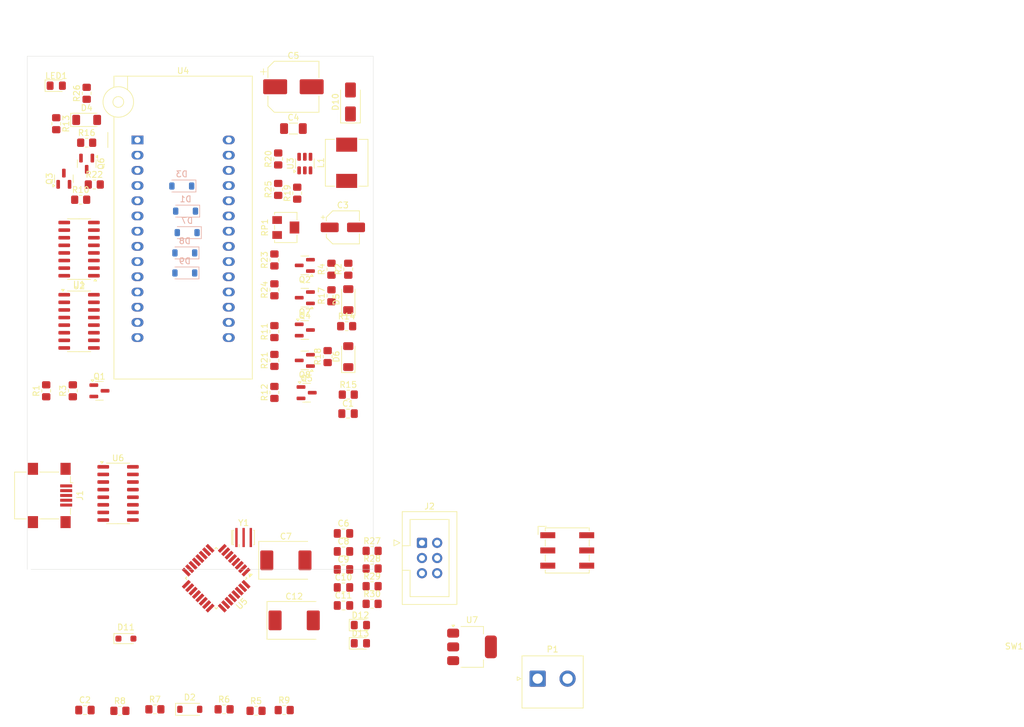
<source format=kicad_pcb>
(kicad_pcb (version 20240108) (generator "pcbnew") (generator_version "8.0")
  (layers (0 "F.Cu" signal) (31 "B.Cu" signal) (34 "B.Paste" user) (35 "F.Paste" user) (36 "B.SilkS" user "B.Silkscreen") (37 "F.SilkS" user "F.Silkscreen") (38 "B.Mask" user) (39 "F.Mask" user) (44 "Edge.Cuts" user))
  (net 0 "")
  (net 1 "VIN")
  (net 2 "GND")
  (net 3 "3.3")
  (net 4 "+5V")
  (net 5 "VCC")
  (net 6 "Net-(D1-A)")
  (net 7 "/EPROM27/A11")
  (net 8 "Net-(A2-A7)")
  (net 9 "Net-(A2-A4{slash}SDA)")
  (net 10 "/EPROM27/OE")
  (net 11 "Net-(D4-A)")
  (net 12 "Net-(D5-A)")
  (net 13 "Net-(D6-A)")
  (net 14 "Net-(D7-A)")
  (net 15 "/EPROM27/A13")
  (net 16 "Net-(D8-A)")
  (net 17 "Net-(D9-A)")
  (net 18 "/EPROM27/A15")
  (net 19 "Net-(D10-A)")
  (net 20 "Net-(LED1-Pad1)")
  (net 21 "Net-(Q1-G)")
  (net 22 "Net-(Q2-G)")
  (net 23 "Net-(Q3-E)")
  (net 24 "Net-(Q3-B)")
  (net 25 "Net-(Q4-E)")
  (net 26 "Net-(Q4-B)")
  (net 27 "Net-(Q5-E)")
  (net 28 "Net-(Q5-B)")
  (net 29 "/EPROM27/R_A11")
  (net 30 "/EPROM27/R_A13")
  (net 31 "Net-(R5-Pad2)")
  (net 32 "/EPROM27/A6_IN")
  (net 33 "/EPROM27/E_OE")
  (net 34 "/EPROM27/E_A15")
  (net 35 "/EPROM27/E_A11")
  (net 36 "Net-(U3-FB)")
  (net 37 "Net-(R24-Pad2)")
  (net 38 "/EPROM27/A7")
  (net 39 "/EPROM27/A5")
  (net 40 "/EPROM27/A6")
  (net 41 "/EPROM27/A3")
  (net 42 "/EPROM27/SCK")
  (net 43 "/EPROM27/MOSI")
  (net 44 "/EPROM27/A4")
  (net 45 "/EPROM27/A0")
  (net 46 "/EPROM27/NEXT_1")
  (net 47 "/EPROM27/A1")
  (net 48 "/EPROM27/SS")
  (net 49 "/EPROM27/A2")
  (net 50 "/EPROM27/A12")
  (net 51 "/EPROM27/A10")
  (net 52 "/EPROM27/A8")
  (net 54 "/EPROM27/A14")
  (net 55 "/EPROM27/A9")
  (net 59 "/EPROM27/D6")
  (net 60 "/EPROM27/CE")
  (net 61 "/EPROM27/D3")
  (net 62 "/EPROM27/D7")
  (net 63 "/EPROM27/D5")
  (net 64 "/EPROM27/D4")
  (net 65 "/EPROM27/D2")
  (net 66 "/EPROM27/D0")
  (net 67 "/EPROM27/D1")
  (net 70 "MOSI")
  (net 72 "SCK")
  (net 74 "Net-(U5-PD0)")
  (net 76 "Net-(U5-XTAL1{slash}PB6)")
  (net 84 "RESET")
  (net 87 "MISO")
  (net 90 "Net-(U5-PD1)")
  (net 91 "Net-(U5-XTAL2{slash}PB7)")
  (net 98 "D-")
  (net 100 "Net-(U6-~{DTR})")
  (net 102 "TXD")
  (net 104 "D+")
  (net 105 "RXD")
  (net 106 "Net-(D11-A)")
  (net 107 "Net-(D12-A)")
  (net 108 "Net-(D13-A)")
  (footprint "Package_TO_SOT_SMD:SOT-23" (layer "F.Cu") (at 84.455 66.675 180)
    (property "Reference" "Q2" (at 0 -2.4 180) (layer "F.SilkS"))
    (property "Value" "BSS84LT1")
    (pad "1" smd roundrect (at -0.9375 -0.95 180) (size 1.475 0.6) (layers "F.Cu" "F.Paste" "F.Mask") (net 22 "Net-(Q2-G)"))
    (pad "2" smd roundrect (at -0.9375 0.95 180) (size 1.475 0.6) (layers "F.Cu" "F.Paste" "F.Mask") (net 4 "+5V"))
    (pad "3" smd roundrect (at 0.9375 0 180) (size 1.475 0.6) (layers "F.Cu" "F.Paste" "F.Mask") (net 15 "/EPROM27/A13"))
  )
  (footprint "Inductor_SMD:L_Chilisin_BMRx00060630" (layer "F.Cu") (at 91.44 49.53 90)
    (property "Reference" "L1" (at 0 -4.3 -90) (layer "F.SilkS"))
    (property "Value" "22u")
    (pad "1" smd rect (at -3.025 0 90) (size 2.35 3.5) (layers "F.Cu" "F.Paste" "F.Mask") (net 4 "+5V"))
    (pad "2" smd rect (at 3.025 0 90) (size 2.35 3.5) (layers "F.Cu" "F.Paste" "F.Mask") (net 19 "Net-(D10-A)"))
  )
  (footprint "Resistor_SMD:R_0805_2012Metric_Pad1.20x1.40mm_HandSolder" (layer "F.Cu") (at 95.6905 123.225)
    (property "Reference" "R30" (at 0 -1.65 0) (layer "F.SilkS"))
    (property "Value" "1K")
    (pad "1" smd roundrect (at -1 0) (size 1.2 1.4) (layers "F.Cu" "F.Paste" "F.Mask") (roundrect_rratio 0.208333) (net 108 "Net-(D13-A)"))
    (pad "2" smd roundrect (at 1 0) (size 1.2 1.4) (layers "F.Cu" "F.Paste" "F.Mask") (roundrect_rratio 0.208333) (net 5 "VCC"))
  )
  (footprint "Connector_USB:USB_Mini-B_Lumberg_2486_01_Horizontal" (layer "F.Cu") (at 41.91 105.115 -90)
    (property "Reference" "J1" (at 0 -5 90) (layer "F.SilkS"))
    (property "Value" "USB_B")
    (pad "" np_thru_hole circle (at -2.2 0 270) (size 1 1) (drill 1) (layers "*.Cu" "*.Mask"))
    (pad "" np_thru_hole circle (at 2.2 0 270) (size 1 1) (drill 1) (layers "*.Cu" "*.Mask"))
    (pad "1" smd rect (at -1.6 -2.7 270) (size 0.5 2) (layers "F.Cu" "F.Paste" "F.Mask") (net 106 "Net-(D11-A)"))
    (pad "2" smd rect (at -0.8 -2.7 270) (size 0.5 2) (layers "F.Cu" "F.Paste" "F.Mask") (net 98 "D-"))
    (pad "3" smd rect (at 0 -2.7 270) (size 0.5 2) (layers "F.Cu" "F.Paste" "F.Mask") (net 104 "D+"))
    (pad "4" smd rect (at 0.8 -2.7 270) (size 0.5 2) (layers "F.Cu" "F.Paste" "F.Mask"))
    (pad "5" smd rect (at 1.6 -2.7 270) (size 0.5 2) (layers "F.Cu" "F.Paste" "F.Mask"))
    (pad "6" smd rect (at -4.45 -2.6 270) (size 2 1.7) (layers "F.Cu" "F.Paste" "F.Mask"))
    (pad "6" smd rect (at -4.45 2.85 270) (size 2 1.7) (layers "F.Cu" "F.Paste" "F.Mask"))
    (pad "6" smd rect (at 4.45 -2.6 270) (size 2 1.7) (layers "F.Cu" "F.Paste" "F.Mask"))
    (pad "6" smd rect (at 4.45 2.85 270) (size 2 1.7) (layers "F.Cu" "F.Paste" "F.Mask"))
  )
  (footprint "Diode_SMD:D_MiniMELF" (layer "F.Cu") (at 48.033 42.368)
    (property "Reference" "D4" (at 0 -2 360) (layer "F.SilkS"))
    (property "Value" "BZV55C15")
    (pad "1" smd roundrect (at -1.75 0) (size 1.3 1.7) (layers "F.Cu" "F.Paste" "F.Mask") (roundrect_rratio 0.1923076923) (net 5 "VCC"))
    (pad "2" smd roundrect (at 1.75 0) (size 1.3 1.7) (layers "F.Cu" "F.Paste" "F.Mask") (roundrect_rratio 0.1923076923) (net 11 "Net-(D4-A)"))
  )
  (footprint "Resistor_SMD:R_0805_2012Metric_Pad1.20x1.40mm_HandSolder" (layer "F.Cu") (at 95.6905 117.325)
    (property "Reference" "R28" (at 0 -1.65 0) (layer "F.SilkS"))
    (property "Value" "10K")
    (pad "1" smd roundrect (at -1 0) (size 1.2 1.4) (layers "F.Cu" "F.Paste" "F.Mask") (roundrect_rratio 0.208333) (net 84 "RESET"))
    (pad "2" smd roundrect (at 1 0) (size 1.2 1.4) (layers "F.Cu" "F.Paste" "F.Mask") (roundrect_rratio 0.208333) (net 5 "VCC"))
  )
  (footprint "Resistor_SMD:R_0805_2012Metric_Pad1.20x1.40mm_HandSolder" (layer "F.Cu") (at 83.185 54.61 90)
    (property "Reference" "R19" (at 0 -1.65 270) (layer "F.SilkS"))
    (property "Value" "100k")
    (pad "1" smd roundrect (at -1 0 90) (size 1.2 1.4) (layers "F.Cu" "F.Paste" "F.Mask") (roundrect_rratio 0.208333) (net 36 "Net-(U3-FB)"))
    (pad "2" smd roundrect (at 1 0 90) (size 1.2 1.4) (layers "F.Cu" "F.Paste" "F.Mask") (roundrect_rratio 0.208333) (net 5 "VCC"))
  )
  (footprint "Package_TO_SOT_SMD:SOT-23-6" (layer "F.Cu") (at 84.455 49.6625 90)
    (property "Reference" "U3" (at 0 -2.4 270) (layer "F.SilkS"))
    (property "Value" "MT3608")
    (pad "1" smd roundrect (at -1.1375 -0.95 90) (size 1.325 0.6) (layers "F.Cu" "F.Paste" "F.Mask") (net 19 "Net-(D10-A)"))
    (pad "2" smd roundrect (at -1.1375 0 90) (size 1.325 0.6) (layers "F.Cu" "F.Paste" "F.Mask") (net 2 "GND"))
    (pad "3" smd roundrect (at -1.1375 0.95 90) (size 1.325 0.6) (layers "F.Cu" "F.Paste" "F.Mask") (net 36 "Net-(U3-FB)"))
    (pad "4" smd roundrect (at 1.1375 0.95 90) (size 1.325 0.6) (layers "F.Cu" "F.Paste" "F.Mask"))
    (pad "5" smd roundrect (at 1.1375 0 90) (size 1.325 0.6) (layers "F.Cu" "F.Paste" "F.Mask"))
    (pad "6" smd roundrect (at 1.1375 -0.95 90) (size 1.325 0.6) (layers "F.Cu" "F.Paste" "F.Mask"))
  )
  (footprint "Package_TO_SOT_SMD:SOT-23" (layer "F.Cu") (at 48.033 49.6855 -90)
    (property "Reference" "Q6" (at 0 -2.4 90) (layer "F.SilkS"))
    (property "Value" "BSS84LT1")
    (pad "1" smd roundrect (at -0.9375 -0.95 270) (size 1.475 0.6) (layers "F.Cu" "F.Paste" "F.Mask") (net 11 "Net-(D4-A)"))
    (pad "2" smd roundrect (at -0.9375 0.95 270) (size 1.475 0.6) (layers "F.Cu" "F.Paste" "F.Mask") (net 5 "VCC"))
    (pad "3" smd roundrect (at 0.9375 0 270) (size 1.475 0.6) (layers "F.Cu" "F.Paste" "F.Mask") (net 18 "/EPROM27/A15"))
  )
  (footprint "Capacitor_SMD:C_0805_2012Metric_Pad1.18x1.45mm_HandSolder" (layer "F.Cu") (at 90.9105 111.455)
    (property "Reference" "C6" (at 0 -1.68 0) (layer "F.SilkS"))
    (property "Value" "100n")
    (pad "1" smd roundrect (at -1.0375 0) (size 1.175 1.45) (layers "F.Cu" "F.Paste" "F.Mask") (roundrect_rratio 0.212766) (net 5 "VCC"))
    (pad "2" smd roundrect (at 1.0375 0) (size 1.175 1.45) (layers "F.Cu" "F.Paste" "F.Mask") (roundrect_rratio 0.212766) (net 2 "GND"))
  )
  (footprint "Potentiometer_SMD:Potentiometer_Bourns_3224W_Vertical" (layer "F.Cu") (at 81.28 60.345 90)
    (property "Reference" "RP1" (at 0 -3.5 270) (layer "F.SilkS"))
    (property "Value" "10k")
    (pad "1" smd rect (at 1.25 -1.45 90) (size 1.3 1.6) (layers "F.Cu" "F.Paste" "F.Mask") (net 2 "GND"))
    (pad "2" smd rect (at 0 1.45 90) (size 2 1.6) (layers "F.Cu" "F.Paste" "F.Mask") (net 37 "Net-(R24-Pad2)"))
    (pad "3" smd rect (at -1.25 -1.45 90) (size 1.3 1.6) (layers "F.Cu" "F.Paste" "F.Mask") (net 37 "Net-(R24-Pad2)"))
  )
  (footprint "Resistor_SMD:R_0805_2012Metric_Pad1.20x1.40mm_HandSolder" (layer "F.Cu") (at 49.303 53.163)
    (property "Reference" "R22" (at 0 -1.65 0) (layer "F.SilkS"))
    (property "Value" "4.7k")
    (pad "1" smd roundrect (at -1 0) (size 1.2 1.4) (layers "F.Cu" "F.Paste" "F.Mask") (roundrect_rratio 0.208333) (net 15 "/EPROM27/A13"))
    (pad "2" smd roundrect (at 1 0) (size 1.2 1.4) (layers "F.Cu" "F.Paste" "F.Mask") (roundrect_rratio 0.208333) (net 2 "GND"))
  )
  (footprint "Diode_SMD:D_MiniMELF" (layer "F.Cu") (at 91.71 72.39 90)
    (property "Reference" "D5" (at 0 -2 -90) (layer "F.SilkS"))
    (property "Value" "BZV55C15")
    (pad "1" smd roundrect (at -1.75 0 90) (size 1.3 1.7) (layers "F.Cu" "F.Paste" "F.Mask") (roundrect_rratio 0.1923076923) (net 5 "VCC"))
    (pad "2" smd roundrect (at 1.75 0 90) (size 1.3 1.7) (layers "F.Cu" "F.Paste" "F.Mask") (roundrect_rratio 0.1923076923) (net 12 "Net-(D5-A)"))
  )
  (footprint "Resistor_SMD:R_0805_2012Metric_Pad1.20x1.40mm_HandSolder" (layer "F.Cu") (at 79.375 87.9 90)
    (property "Reference" "R12" (at 0 -1.65 270) (layer "F.SilkS"))
    (property "Value" "1k")
    (pad "1" smd roundrect (at -1 0 90) (size 1.2 1.4) (layers "F.Cu" "F.Paste" "F.Mask") (roundrect_rratio 0.208333) (net 35 "/EPROM27/E_A11"))
    (pad "2" smd roundrect (at 1 0 90) (size 1.2 1.4) (layers "F.Cu" "F.Paste" "F.Mask") (roundrect_rratio 0.208333) (net 26 "Net-(Q4-B)"))
  )
  (footprint "Resistor_SMD:R_0805_2012Metric_Pad1.20x1.40mm_HandSolder" (layer "F.Cu") (at 79.375 77.74 90)
    (property "Reference" "R11" (at 0 -1.65 270) (layer "F.SilkS"))
    (property "Value" "1k")
    (pad "1" smd roundrect (at -1 0 90) (size 1.2 1.4) (layers "F.Cu" "F.Paste" "F.Mask") (roundrect_rratio 0.208333) (net 34 "/EPROM27/E_A15"))
    (pad "2" smd roundrect (at 1 0 90) (size 1.2 1.4) (layers "F.Cu" "F.Paste" "F.Mask") (roundrect_rratio 0.208333) (net 24 "Net-(Q3-B)"))
  )
  (footprint "Button_Switch_SMD:Nidec_Copal_SH-7010A" (layer "F.Cu") (at 128.27 114.3)
    (property "Reference" "SW1" (at 74.615 16.016 0) (layer "F.SilkS"))
    (property "Value" "Reset")
    (pad "1" smd rect (at -3.25 -2.54) (size 2.5 1) (layers "F.Cu" "F.Paste" "F.Mask") (net 84 "RESET"))
    (pad "2" smd rect (at 3.25 2.54) (size 2.5 1) (layers "F.Cu" "F.Paste" "F.Mask") (net 2 "GND"))
    (pad "4" smd rect (at -3.25 2.54) (size 2.5 1) (layers "F.Cu" "F.Paste" "F.Mask"))
    (pad "8" smd rect (at 3.25 -2.54) (size 2.5 1) (layers "F.Cu" "F.Paste" "F.Mask"))
    (pad "C" smd rect (at -3.25 0) (size 2.5 1) (layers "F.Cu" "F.Paste" "F.Mask"))
    (pad "C" smd rect (at 3.25 0) (size 2.5 1) (layers "F.Cu" "F.Paste" "F.Mask"))
  )
  (footprint "Resistor_SMD:R_0805_2012Metric_Pad1.20x1.40mm_HandSolder" (layer "F.Cu") (at 88.265 81.915 90)
    (property "Reference" "R18" (at 0 -1.65 -90) (layer "F.SilkS"))
    (property "Value" "1k")
    (pad "1" smd roundrect (at -1 0 90) (size 1.2 1.4) (layers "F.Cu" "F.Paste" "F.Mask") (roundrect_rratio 0.208333) (net 13 "Net-(D6-A)"))
    (pad "2" smd roundrect (at 1 0 90) (size 1.2 1.4) (layers "F.Cu" "F.Paste" "F.Mask") (roundrect_rratio 0.208333) (net 5 "VCC"))
  )
  (footprint "Capacitor_Tantalum_SMD:CP_EIA-7361-38_AVX-V_Pad2.18x3.30mm_HandSolder" (layer "F.Cu") (at 82.677 125.984)
    (property "Reference" "C12" (at 0 -4 0) (layer "F.SilkS"))
    (property "Value" "4.7uF")
    (pad "1" smd roundrect (at -3.1875 0) (size 2.175 3.3) (layers "F.Cu" "F.Paste" "F.Mask") (roundrect_rratio 0.114943) (net 106 "Net-(D11-A)"))
    (pad "2" smd roundrect (at 3.1875 0) (size 2.175 3.3) (layers "F.Cu" "F.Paste" "F.Mask") (roundrect_rratio 0.114943) (net 2 "GND"))
  )
  (footprint "Package_SO:SOIC-16_3.9x9.9mm_P1.27mm" (layer "F.Cu") (at 53.275 104.775)
    (property "Reference" "U6" (at 0 -5.9 0) (layer "F.SilkS"))
    (property "Value" "CH340C")
    (pad "1" smd roundrect (at -2.475 -4.445) (size 1.95 0.6) (layers "F.Cu" "F.Paste" "F.Mask") (net 2 "GND"))
    (pad "2" smd roundrect (at -2.475 -3.175) (size 1.95 0.6) (layers "F.Cu" "F.Paste" "F.Mask") (net 105 "RXD"))
    (pad "3" smd roundrect (at -2.475 -1.905) (size 1.95 0.6) (layers "F.Cu" "F.Paste" "F.Mask") (net 102 "TXD"))
    (pad "4" smd roundrect (at -2.475 -0.635) (size 1.95 0.6) (layers "F.Cu" "F.Paste" "F.Mask") (net 3 "3.3"))
    (pad "5" smd roundrect (at -2.475 0.635) (size 1.95 0.6) (layers "F.Cu" "F.Paste" "F.Mask") (net 104 "D+"))
    (pad "6" smd roundrect (at -2.475 1.905) (size 1.95 0.6) (layers "F.Cu" "F.Paste" "F.Mask") (net 98 "D-"))
    (pad "7" smd roundrect (at -2.475 3.175) (size 1.95 0.6) (layers "F.Cu" "F.Paste" "F.Mask"))
    (pad "8" smd roundrect (at -2.475 4.445) (size 1.95 0.6) (layers "F.Cu" "F.Paste" "F.Mask"))
    (pad "9" smd roundrect (at 2.475 4.445) (size 1.95 0.6) (layers "F.Cu" "F.Paste" "F.Mask"))
    (pad "10" smd roundrect (at 2.475 3.175) (size 1.95 0.6) (layers "F.Cu" "F.Paste" "F.Mask"))
    (pad "11" smd roundrect (at 2.475 1.905) (size 1.95 0.6) (layers "F.Cu" "F.Paste" "F.Mask"))
    (pad "12" smd roundrect (at 2.475 0.635) (size 1.95 0.6) (layers "F.Cu" "F.Paste" "F.Mask"))
    (pad "13" smd roundrect (at 2.475 -0.635) (size 1.95 0.6) (layers "F.Cu" "F.Paste" "F.Mask") (net 100 "Net-(U6-~{DTR})"))
    (pad "14" smd roundrect (at 2.475 -1.905) (size 1.95 0.6) (layers "F.Cu" "F.Paste" "F.Mask"))
    (pad "15" smd roundrect (at 2.475 -3.175) (size 1.95 0.6) (layers "F.Cu" "F.Paste" "F.Mask"))
    (pad "16" smd roundrect (at 2.475 -4.445) (size 1.95 0.6) (layers "F.Cu" "F.Paste" "F.Mask") (net 5 "VCC"))
  )
  (footprint "Capacitor_SMD:C_0805_2012Metric_Pad1.18x1.45mm_HandSolder" (layer "F.Cu") (at 90.9105 123.495)
    (property "Reference" "C11" (at 0 -1.68 0) (layer "F.SilkS"))
    (property "Value" "100n")
    (pad "1" smd roundrect (at -1.0375 0) (size 1.175 1.45) (layers "F.Cu" "F.Paste" "F.Mask") (roundrect_rratio 0.212766) (net 106 "Net-(D11-A)"))
    (pad "2" smd roundrect (at 1.0375 0) (size 1.175 1.45) (layers "F.Cu" "F.Paste" "F.Mask") (roundrect_rratio 0.212766) (net 2 "GND"))
  )
  (footprint "Capacitor_SMD:C_1206_3216Metric_Pad1.33x1.80mm_HandSolder" (layer "F.Cu") (at 82.55 43.815)
    (property "Reference" "C4" (at 0 -1.85 0) (layer "F.SilkS"))
    (property "Value" "1u")
    (pad "1" smd roundrect (at -1.5625 0) (size 1.325 1.8) (layers "F.Cu" "F.Paste" "F.Mask") (roundrect_rratio 0.188679) (net 2 "GND"))
    (pad "2" smd roundrect (at 1.5625 0) (size 1.325 1.8) (layers "F.Cu" "F.Paste" "F.Mask") (roundrect_rratio 0.188679) (net 5 "VCC"))
  )
  (footprint "Resistor_SMD:R_0805_2012Metric_Pad1.20x1.40mm_HandSolder" (layer "F.Cu") (at 88.9 67.31 90)
    (property "Reference" "R4" (at 0 -1.65 -90) (layer "F.SilkS"))
    (property "Value" "1k")
    (pad "1" smd roundrect (at -1 0 90) (size 1.2 1.4) (layers "F.Cu" "F.Paste" "F.Mask") (roundrect_rratio 0.208333) (net 22 "Net-(Q2-G)"))
    (pad "2" smd roundrect (at 1 0 90) (size 1.2 1.4) (layers "F.Cu" "F.Paste" "F.Mask") (roundrect_rratio 0.208333) (net 4 "+5V"))
  )
  (footprint "LED_SMD:LED_0805_2012Metric_Pad1.15x1.40mm_HandSolder" (layer "F.Cu") (at 93.7355 126.77)
    (property "Reference" "D12" (at 0 -1.65 0) (layer "F.SilkS"))
    (property "Value" "LED")
    (pad "1" smd roundrect (at -1.025 0) (size 1.15 1.4) (layers "F.Cu" "F.Paste" "F.Mask") (roundrect_rratio 0.217391) (net 105 "RXD"))
    (pad "2" smd roundrect (at 1.025 0) (size 1.15 1.4) (layers "F.Cu" "F.Paste" "F.Mask") (roundrect_rratio 0.217391) (net 107 "Net-(D12-A)"))
  )
  (footprint "Resistor_SMD:R_0805_2012Metric_Pad1.20x1.40mm_HandSolder" (layer "F.Cu") (at 79.375 82.55 90)
    (property "Reference" "R21" (at 0 -1.65 270) (layer "F.SilkS"))
    (property "Value" "4.7k")
    (pad "1" smd roundrect (at -1 0 90) (size 1.2 1.4) (layers "F.Cu" "F.Paste" "F.Mask") (roundrect_rratio 0.208333) (net 18 "/EPROM27/A15"))
    (pad "2" smd roundrect (at 1 0 90) (size 1.2 1.4) (layers "F.Cu" "F.Paste" "F.Mask") (roundrect_rratio 0.208333) (net 2 "GND"))
  )
  (footprint "LED_SMD:LED_0805_2012Metric_Pad1.15x1.40mm_HandSolder" (layer "F.Cu") (at 42.953 36.653)
    (property "Reference" "LED1" (at 0 -1.65 0) (layer "F.SilkS"))
    (property "Value" "POWER")
    (pad "1" smd roundrect (at -1.025 0) (size 1.15 1.4) (layers "F.Cu" "F.Paste" "F.Mask") (roundrect_rratio 0.217391) (net 20 "Net-(LED1-Pad1)"))
    (pad "2" smd roundrect (at 1.025 0) (size 1.15 1.4) (layers "F.Cu" "F.Paste" "F.Mask") (roundrect_rratio 0.217391) (net 2 "GND"))
  )
  (footprint "Capacitor_SMD:C_0805_2012Metric_Pad1.18x1.45mm_HandSolder" (layer "F.Cu") (at 90.9105 117.475)
    (property "Reference" "C9" (at 0 -1.68 0) (layer "F.SilkS"))
    (property "Value" "100n")
    (pad "1" smd roundrect (at -1.0375 0) (size 1.175 1.45) (layers "F.Cu" "F.Paste" "F.Mask") (roundrect_rratio 0.212766) (net 5 "VCC"))
    (pad "2" smd roundrect (at 1.0375 0) (size 1.175 1.45) (layers "F.Cu" "F.Paste" "F.Mask") (roundrect_rratio 0.212766) (net 2 "GND"))
  )
  (footprint "Resistor_SMD:R_0805_2012Metric_Pad1.20x1.40mm_HandSolder" (layer "F.Cu") (at 47.033 55.703)
    (property "Reference" "R10" (at 0 -1.65 0) (layer "F.SilkS"))
    (property "Value" "1k")
    (pad "1" smd roundrect (at -1 0) (size 1.2 1.4) (layers "F.Cu" "F.Paste" "F.Mask") (roundrect_rratio 0.208333) (net 33 "/EPROM27/E_OE"))
    (pad "2" smd roundrect (at 1 0) (size 1.2 1.4) (layers "F.Cu" "F.Paste" "F.Mask") (roundrect_rratio 0.208333) (net 28 "Net-(Q5-B)"))
  )
  (footprint "Resistor_SMD:R_0805_2012Metric_Pad1.20x1.40mm_HandSolder" (layer "F.Cu") (at 45.72 87.63 90)
    (property "Reference" "R3" (at 0 -1.65 270) (layer "F.SilkS"))
    (property "Value" "1k")
    (pad "1" smd roundrect (at -1 0 90) (size 1.2 1.4) (layers "F.Cu" "F.Paste" "F.Mask") (roundrect_rratio 0.208333) (net 21 "Net-(Q1-G)"))
    (pad "2" smd roundrect (at 1 0 90) (size 1.2 1.4) (layers "F.Cu" "F.Paste" "F.Mask") (roundrect_rratio 0.208333) (net 4 "+5V"))
  )
  (footprint "Resistor_SMD:R_0805_2012Metric_Pad1.20x1.40mm_HandSolder" (layer "F.Cu") (at 95.6905 120.275)
    (property "Reference" "R29" (at 0 -1.65 0) (layer "F.SilkS"))
    (property "Value" "1K")
    (pad "1" smd roundrect (at -1 0) (size 1.2 1.4) (layers "F.Cu" "F.Paste" "F.Mask") (roundrect_rratio 0.208333) (net 107 "Net-(D12-A)"))
    (pad "2" smd roundrect (at 1 0) (size 1.2 1.4) (layers "F.Cu" "F.Paste" "F.Mask") (roundrect_rratio 0.208333) (net 5 "VCC"))
  )
  (footprint "Package_TO_SOT_SMD:SOT-223-3_TabPin2" (layer "F.Cu") (at 112.37 130.415)
    (property "Reference" "U7" (at 0 -4.5 0) (layer "F.SilkS"))
    (property "Value" "AMS1117-5.0")
    (pad "1" smd roundrect (at -3.15 -2.3) (size 2 1.5) (layers "F.Cu" "F.Paste" "F.Mask") (net 2 "GND"))
    (pad "2" smd roundrect (at -3.15 0) (size 2 1.5) (layers "F.Cu" "F.Paste" "F.Mask") (net 5 "VCC"))
    (pad "2" smd roundrect (at 3.15 0) (size 2 3.8) (layers "F.Cu" "F.Paste" "F.Mask") (net 5 "VCC"))
    (pad "3" smd roundrect (at -3.15 2.3) (size 2 1.5) (layers "F.Cu" "F.Paste" "F.Mask") (net 1 "VIN"))
  )
  (footprint "Package_TO_SOT_SMD:SOT-23" (layer "F.Cu") (at 44.223 52.1955 90)
    (property "Reference" "Q3" (at 0 -2.4 270) (layer "F.SilkS"))
    (property "Value" "BC847")
    (pad "1" smd roundrect (at -0.9375 -0.95 90) (size 1.475 0.6) (layers "F.Cu" "F.Paste" "F.Mask") (net 24 "Net-(Q3-B)"))
    (pad "2" smd roundrect (at -0.9375 0.95 90) (size 1.475 0.6) (layers "F.Cu" "F.Paste" "F.Mask") (net 23 "Net-(Q3-E)"))
    (pad "3" smd roundrect (at 0.9375 0 90) (size 1.475 0.6) (layers "F.Cu" "F.Paste" "F.Mask") (net 11 "Net-(D4-A)"))
  )
  (footprint "Package_TO_SOT_SMD:SOT-23" (layer "F.Cu") (at 50.165 87.63)
    (property "Reference" "Q1" (at 0 -2.4 0) (layer "F.SilkS"))
    (property "Value" "BSS84LT1")
    (pad "1" smd roundrect (at -0.9375 -0.95) (size 1.475 0.6) (layers "F.Cu" "F.Paste" "F.Mask") (net 21 "Net-(Q1-G)"))
    (pad "2" smd roundrect (at -0.9375 0.95) (size 1.475 0.6) (layers "F.Cu" "F.Paste" "F.Mask") (net 4 "+5V"))
    (pad "3" smd roundrect (at 0.9375 0) (size 1.475 0.6) (layers "F.Cu" "F.Paste" "F.Mask") (net 6 "Net-(D1-A)"))
  )
  (footprint "Diode_SMD:D_SOD-323_HandSoldering" (layer "F.Cu") (at 54.59 129.032)
    (property "Reference" "D11" (at 0 -1.905 0) (layer "F.SilkS"))
    (property "Value" "D_Schottky")
    (pad "1" smd roundrect (at -1.25 0) (size 1 1) (layers "F.Cu" "F.Paste" "F.Mask") (net 5 "VCC"))
    (pad "2" smd roundrect (at 1.25 0) (size 1 1) (layers "F.Cu" "F.Paste" "F.Mask") (net 106 "Net-(D11-A)"))
  )
  (footprint "Package_TO_SOT_SMD:SOT-23" (layer "F.Cu") (at 84.455 82.55 180)
    (property "Reference" "Q8" (at 0 -2.4 180) (layer "F.SilkS"))
    (property "Value" "BSS84LT1")
    (pad "1" smd roundrect (at -0.9375 -0.95 180) (size 1.475 0.6) (layers "F.Cu" "F.Paste" "F.Mask") (net 13 "Net-(D6-A)"))
    (pad "2" smd roundrect (at -0.9375 0.95 180) (size 1.475 0.6) (layers "F.Cu" "F.Paste" "F.Mask") (net 5 "VCC"))
    (pad "3" smd roundrect (at 0.9375 0 180) (size 1.475 0.6) (layers "F.Cu" "F.Paste" "F.Mask") (net 10 "/EPROM27/OE"))
  )
  (footprint "Resistor_SMD:R_0805_2012Metric_Pad1.20x1.40mm_HandSolder" (layer "F.Cu") (at 48.033 37.923 90)
    (property "Reference" "R26" (at 0 -1.65 270) (layer "F.SilkS"))
    (property "Value" "1K")
    (pad "1" smd roundrect (at -1 0 90) (size 1.2 1.4) (layers "F.Cu" "F.Paste" "F.Mask") (roundrect_rratio 0.208333) (net 74 "Net-(U5-PD0)"))
    (pad "2" smd roundrect (at 1 0 90) (size 1.2 1.4) (layers "F.Cu" "F.Paste" "F.Mask") (roundrect_rratio 0.208333) (net 105 "RXD"))
  )
  (footprint "Diode_SMD:D_SOD-123" (layer "F.Cu") (at 65.246 140.843)
    (property "Reference" "D2" (at 0 -2 0) (layer "F.SilkS"))
    (property "Value" "MBR0540")
    (pad "1" smd roundrect (at -1.65 0) (size 0.9 1.2) (layers "F.Cu" "F.Paste" "F.Mask") (net 3 "3.3"))
    (pad "2" smd roundrect (at 1.65 0) (size 0.9 1.2) (layers "F.Cu" "F.Paste" "F.Mask") (net 8 "Net-(A2-A7)"))
  )
  (footprint "Resistor_SMD:R_0805_2012Metric_Pad1.20x1.40mm_HandSolder" (layer "F.Cu") (at 95.6905 114.375)
    (property "Reference" "R27" (at 0 -1.65 0) (layer "F.SilkS"))
    (property "Value" "1K")
    (pad "1" smd roundrect (at -1 0) (size 1.2 1.4) (layers "F.Cu" "F.Paste" "F.Mask") (roundrect_rratio 0.208333) (net 102 "TXD"))
    (pad "2" smd roundrect (at 1 0) (size 1.2 1.4) (layers "F.Cu" "F.Paste" "F.Mask") (roundrect_rratio 0.208333) (net 90 "Net-(U5-PD1)"))
  )
  (footprint "Resistor_SMD:R_0805_2012Metric_Pad1.20x1.40mm_HandSolder" (layer "F.Cu") (at 80.01 48.895 90)
    (property "Reference" "R20" (at 0 -1.65 270) (layer "F.SilkS"))
    (property "Value" "4.7k")
    (pad "1" smd roundrect (at -1 0 90) (size 1.2 1.4) (layers "F.Cu" "F.Paste" "F.Mask") (roundrect_rratio 0.208333) (net 2 "GND"))
    (pad "2" smd roundrect (at 1 0 90) (size 1.2 1.4) (layers "F.Cu" "F.Paste" "F.Mask") (roundrect_rratio 0.208333) (net 10 "/EPROM27/OE"))
  )
  (footprint "Resistor_SMD:R_0805_2012Metric_Pad1.20x1.40mm_HandSolder" (layer "F.Cu") (at 91.71 88.265)
    (property "Reference" "R15" (at 0 -1.65 0) (layer "F.SilkS"))
    (property "Value" "470")
    (pad "1" smd roundrect (at -1 0) (size 1.2 1.4) (layers "F.Cu" "F.Paste" "F.Mask") (roundrect_rratio 0.208333) (net 2 "GND"))
    (pad "2" smd roundrect (at 1 0) (size 1.2 1.4) (layers "F.Cu" "F.Paste" "F.Mask") (roundrect_rratio 0.208333) (net 27 "Net-(Q5-E)"))
  )
  (footprint "Diode_SMD:D_MiniMELF" (layer "F.Cu") (at 91.71 81.915 90)
    (property "Reference" "D6" (at 0 -2 -90) (layer "F.SilkS"))
    (property "Value" "BZV55C15")
    (pad "1" smd roundrect (at -1.75 0 90) (size 1.3 1.7) (layers "F.Cu" "F.Paste" "F.Mask") (roundrect_rratio 0.1923076923) (net 5 "VCC"))
    (pad "2" smd roundrect (at 1.75 0 90) (size 1.3 1.7) (layers "F.Cu" "F.Paste" "F.Mask") (roundrect_rratio 0.1923076923) (net 13 "Net-(D6-A)"))
  )
  (footprint "Capacitor_SMD:C_0805_2012Metric_Pad1.18x1.45mm_HandSolder" (layer "F.Cu") (at 90.9105 114.465)
    (property "Reference" "C8" (at 0 -1.68 0) (layer "F.SilkS"))
    (property "Value" "100n")
    (pad "1" smd roundrect (at -1.0375 0) (size 1.175 1.45) (layers "F.Cu" "F.Paste" "F.Mask") (roundrect_rratio 0.212766) (net 100 "Net-(U6-~{DTR})"))
    (pad "2" smd roundrect (at 1.0375 0) (size 1.175 1.45) (layers "F.Cu" "F.Paste" "F.Mask") (roundrect_rratio 0.212766) (net 84 "RESET"))
  )
  (footprint "Package_QFP:TQFP-32_7x7mm_P0.8mm" (layer "F.Cu") (at 69.653 118.94 -135)
    (property "Reference" "U5" (at 0 -6.05 -135) (layer "F.SilkS"))
    (property "Value" "ATmega328P-A")
    (pad "1" smd rect (at -4.25 -2.8 225) (size 1.6 0.55) (layers "F.Cu" "F.Paste" "F.Mask"))
    (pad "2" smd rect (at -4.25 -2 225) (size 1.6 0.55) (layers "F.Cu" "F.Paste" "F.Mask"))
    (pad "3" smd rect (at -4.25 -1.2 225) (size 1.6 0.55) (layers "F.Cu" "F.Paste" "F.Mask") (net 2 "GND"))
    (pad "4" smd rect (at -4.25 -0.4 225) (size 1.6 0.55) (layers "F.Cu" "F.Paste" "F.Mask") (net 5 "VCC"))
    (pad "5" smd rect (at -4.25 0.4 225) (size 1.6 0.55) (layers "F.Cu" "F.Paste" "F.Mask") (net 2 "GND"))
    (pad "6" smd rect (at -4.25 1.2 225) (size 1.6 0.55) (layers "F.Cu" "F.Paste" "F.Mask") (net 5 "VCC"))
    (pad "7" smd rect (at -4.25 2 225) (size 1.6 0.55) (layers "F.Cu" "F.Paste" "F.Mask") (net 76 "Net-(U5-XTAL1{slash}PB6)"))
    (pad "8" smd rect (at -4.25 2.8 225) (size 1.6 0.55) (layers "F.Cu" "F.Paste" "F.Mask") (net 91 "Net-(U5-XTAL2{slash}PB7)"))
    (pad "9" smd rect (at -2.8 4.25 315) (size 1.6 0.55) (layers "F.Cu" "F.Paste" "F.Mask"))
    (pad "10" smd rect (at -2 4.25 315) (size 1.6 0.55) (layers "F.Cu" "F.Paste" "F.Mask"))
    (pad "11" smd rect (at -1.2 4.25 315) (size 1.6 0.55) (layers "F.Cu" "F.Paste" "F.Mask"))
    (pad "12" smd rect (at -0.4 4.25 315) (size 1.6 0.55) (layers "F.Cu" "F.Paste" "F.Mask"))
    (pad "13" smd rect (at 0.4 4.25 315) (size 1.6 0.55) (layers "F.Cu" "F.Paste" "F.Mask"))
    (pad "14" smd rect (at 1.2 4.25 315) (size 1.6 0.55) (layers "F.Cu" "F.Paste" "F.Mask"))
    (pad "15" smd rect (at 2 4.25 315) (size 1.6 0.55) (layers "F.Cu" "F.Paste" "F.Mask") (net 70 "MOSI"))
    (pad "16" smd rect (at 2.8 4.25 315) (size 1.6 0.55) (layers "F.Cu" "F.Paste" "F.Mask") (net 87 "MISO"))
    (pad "17" smd rect (at 4.25 2.8 225) (size 1.6 0.55) (layers "F.Cu" "F.Paste" "F.Mask") (net 72 "SCK"))
    (pad "18" smd rect (at 4.25 2 225) (size 1.6 0.55) (layers "F.Cu" "F.Paste" "F.Mask") (net 5 "VCC"))
    (pad "19" smd rect (at 4.25 1.2 225) (size 1.6 0.55) (layers "F.Cu" "F.Paste" "F.Mask"))
    (pad "20" smd rect (at 4.25 0.4 225) (size 1.6 0.55) (layers "F.Cu" "F.Paste" "F.Mask") (net 3 "3.3"))
    (pad "21" smd rect (at 4.25 -0.4 225) (size 1.6 0.55) (layers "F.Cu" "F.Paste" "F.Mask") (net 2 "GND"))
    (pad "22" smd rect (at 4.25 -1.2 225) (size 1.6 0.55) (layers "F.Cu" "F.Paste" "F.Mask"))
    (pad "23" smd rect (at 4.25 -2 225) (size 1.6 0.55) (layers "F.Cu" "F.Paste" "F.Mask"))
    (pad "24" smd rect (at 4.25 -2.8 225) (size 1.6 0.55) (layers "F.Cu" "F.Paste" "F.Mask"))
    (pad "25" smd rect (at 2.8 -4.25 315) (size 1.6 0.55) (layers "F.Cu" "F.Paste" "F.Mask"))
    (pad "26" smd rect (at 2 -4.25 315) (size 1.6 0.55) (layers "F.Cu" "F.Paste" "F.Mask"))
    (pad "27" smd rect (at 1.2 -4.25 315) (size 1.6 0.55) (layers "F.Cu" "F.Paste" "F.Mask"))
    (pad "28" smd rect (at 0.4 -4.25 315) (size 1.6 0.55) (layers "F.Cu" "F.Paste" "F.Mask"))
    (pad "29" smd rect (at -0.4 -4.25 315) (size 1.6 0.55) (layers "F.Cu" "F.Paste" "F.Mask") (net 84 "RESET"))
    (pad "30" smd rect (at -1.2 -4.25 315) (size 1.6 0.55) (layers "F.Cu" "F.Paste" "F.Mask") (net 74 "Net-(U5-PD0)"))
    (pad "31" smd rect (at -2 -4.25 315) (size 1.6 0.55) (layers "F.Cu" "F.Paste" "F.Mask") (net 90 "Net-(U5-PD1)"))
    (pad "32" smd rect (at -2.8 -4.25 315) (size 1.6 0.55) (layers "F.Cu" "F.Paste" "F.Mask"))
  )
  (footprint "Crystal:Resonator_SMD_Murata_CSTxExxV-3Pin_3.0x1.1mm_HandSoldering" (layer "F.Cu") (at 74.238 112.141)
    (property "Reference" "Y1" (at 0 -2.45 0) (layer "F.SilkS"))
    (property "Value" "16MHz")
    (pad "1" smd rect (at -1.2 0) (size 0.4 3.2) (layers "F.Cu" "F.Paste" "F.Mask") (net 91 "Net-(U5-XTAL2{slash}PB7)"))
    (pad "2" smd rect (at 0 0) (size 0.4 3.2) (layers "F.Cu" "F.Paste" "F.Mask") (net 2 "GND"))
    (pad "3" smd rect (at 1.2 0) (size 0.4 3.2) (layers "F.Cu" "F.Paste" "F.Mask") (net 76 "Net-(U5-XTAL1{slash}PB6)"))
  )
  (footprint "Socket:DIP_Socket-28_W11.9_W12.7_W15.24_W17.78_W18.5_3M_228-1277-00-0602J" (layer "F.Cu") (at 56.515 45.72)
    (property "Reference" "U4" (at 7.62 -11.56 0) (layer "F.SilkS"))
    (property "Value" "ZIF28")
    (pad "1" thru_hole rect (at 0 0) (size 2 1.44) (drill 1) (layers "*.Cu" "*.Mask") (net 18 "/EPROM27/A15"))
    (pad "2" thru_hole oval (at 0 2.54) (size 2 1.44) (drill 1) (layers "*.Cu" "*.Mask") (net 50 "/EPROM27/A12"))
    (pad "3" thru_hole oval (at 0 5.08) (size 2 1.44) (drill 1) (layers "*.Cu" "*.Mask") (net 38 "/EPROM27/A7"))
    (pad "4" thru_hole oval (at 0 7.62) (size 2 1.44) (drill 1) (layers "*.Cu" "*.Mask") (net 40 "/EPROM27/A6"))
    (pad "5" thru_hole oval (at 0 10.16) (size 2 1.44) (drill 1) (layers "*.Cu" "*.Mask") (net 39 "/EPROM27/A5"))
    (pad "6" thru_hole oval (at 0 12.7) (size 2 1.44) (drill 1) (layers "*.Cu" "*.Mask") (net 44 "/EPROM27/A4"))
    (pad "7" thru_hole oval (at 0 15.24) (size 2 1.44) (drill 1) (layers "*.Cu" "*.Mask") (net 41 "/EPROM27/A3"))
    (pad "8" thru_hole oval (at 0 17.78) (size 2 1.44) (drill 1) (layers "*.Cu" "*.Mask") (net 49 "/EPROM27/A2"))
    (pad "9" thru_hole oval (at 0 20.32) (size 2 1.44) (drill 1) (layers "*.Cu" "*.Mask") (net 47 "/EPROM27/A1"))
    (pad "10" thru_hole oval (at 0 22.86) (size 2 1.44) (drill 1) (layers "*.Cu" "*.Mask") (net 45 "/EPROM27/A0"))
    (pad "11" thru_hole oval (at 0 25.4) (size 2 1.44) (drill 1) (layers "*.Cu" "*.Mask") (net 66 "/EPROM27/D0"))
    (pad "12" thru_hole oval (at 0 27.94) (size 2 1.44) (drill 1) (layers "*.Cu" "*.Mask") (net 67 "/EPROM27/D1"))
    (pad "13" thru_hole oval (at 0 30.48) (size 2 1.44) (drill 1) (layers "*.Cu" "*.Mask") (net 65 "/EPROM27/D2"))
    (pad "14" thru_hole oval (at 0 33.02) (size 2 1.44) (drill 1) (layers "*.Cu" "*.Mask") (net 2 "GND"))
    (pad "15" thru_hole oval (at 15.24 33.02) (size 2 1.44) (drill 1) (layers "*.Cu" "*.Mask") (net 61 "/EPROM27/D3"))
    (pad "16" thru_hole oval (at 15.24 30.48) (size 2 1.44) (drill 1) (layers "*.Cu" "*.Mask") (net 64 "/EPROM27/D4"))
    (pad "17" thru_hole oval (at 15.24 27.94) (size 2 1.44) (drill 1) (layers "*.Cu" "*.Mask") (net 63 "/EPROM27/D5"))
    (pad "18" thru_hole oval (at 15.24 25.4) (size 2 1.44) (drill 1) (layers "*.Cu" "*.Mask") (net 59 "/EPROM27/D6"))
    (pad "19" thru_hole oval (at 15.24 22.86) (size 2 1.44) (drill 1) (layers "*.Cu" "*.Mask") (net 62 "/EPROM27/D7"))
    (pad "20" thru_hole oval (at 15.24 20.32) (size 2 1.44) (drill 1) (layers "*.Cu" "*.Mask") (net 60 "/EPROM27/CE"))
    (pad "21" thru_hole oval (at 15.24 17.78) (size 2 1.44) (drill 1) (layers "*.Cu" "*.Mask") (net 51 "/EPROM27/A10"))
    (pad "22" thru_hole oval (at 15.24 15.24) (size 2 1.44) (drill 1) (layers "*.Cu" "*.Mask") (net 10 "/EPROM27/OE"))
    (pad "23" thru_hole oval (at 15.24 12.7) (size 2 1.44) (drill 1) (layers "*.Cu" "*.Mask") (net 7 "/EPROM27/A11"))
    (pad "24" thru_hole oval (at 15.24 10.16) (size 2 1.44) (drill 1) (layers "*.Cu" "*.Mask") (net 55 "/EPROM27/A9"))
    (pad "25" thru_hole oval (at 15.24 7.62) (size 2 1.44) (drill 1) (layers "*.Cu" "*.Mask") (net 52 "/EPROM27/A8"))
    (pad "26" thru_hole oval (at 15.24 5.08) (size 2 1.44) (drill 1) (layers "*.Cu" "*.Mask") (net 15 "/EPROM27/A13"))
    (pad "27" thru_hole oval (at 15.24 2.54) (size 2 1.44) (drill 1) (layers "*.Cu" "*.Mask") (net 54 "/EPROM27/A14"))
    (pad "28" thru_hole oval (at 15.24 0) (size 2 1.44) (drill 1) (layers "*.Cu" "*.Mask") (net 4 "+5V"))
  )
  (footprint "Capacitor_SMD:CP_Elec_5x5.4" (layer "F.Cu") (at 90.805 60.325)
    (property "Reference" "C3" (at 0 -3.7 0) (layer "F.SilkS"))
    (property "Value" "22u")
    (pad "1" smd roundrect (at -2.2 0) (size 3 1.6) (layers "F.Cu" "F.Paste" "F.Mask") (roundrect_rratio 0.15625) (net 4 "+5V"))
    (pad "2" smd roundrect (at 2.2 0) (size 3 1.6) (layers "F.Cu" "F.Paste" "F.Mask") (roundrect_rratio 0.15625) (net 2 "GND"))
  )
  (footprint "Resistor_SMD:R_0805_2012Metric_Pad1.20x1.40mm_HandSolder" (layer "F.Cu") (at 48.033 46.178)
    (property "Reference" "R16" (at 0 -1.65 0) (layer "F.SilkS"))
    (property "Value" "1k")
    (pad "1" smd roundrect (at -1 0) (size 1.2 1.4) (layers "F.Cu" "F.Paste" "F.Mask") (roundrect_rratio 0.208333) (net 11 "Net-(D4-A)"))
    (pad "2" smd roundrect (at 1 0) (size 1.2 1.4) (layers "F.Cu" "F.Paste" "F.Mask") (roundrect_rratio 0.208333) (net 5 "VCC"))
  )
  (footprint "Capacitor_Tantalum_SMD:CP_EIA-7361-38_AVX-V_Pad2.18x3.30mm_HandSolder" (layer "F.Cu") (at 81.2925 115.951)
    (property "Reference" "C7" (at 0 -4 0) (layer "F.SilkS"))
    (property "Value" "4.7uF")
    (pad "1" smd roundrect (at -3.1875 0) (size 2.175 3.3) (layers "F.Cu" "F.Paste" "F.Mask") (roundrect_rratio 0.114943) (net 5 "VCC"))
    (pad "2" smd roundrect (at 3.1875 0) (size 2.175 3.3) (layers "F.Cu" "F.Paste" "F.Mask") (roundrect_rratio 0.114943) (net 2 "GND"))
  )
  (footprint "Resistor_SMD:R_0805_2012Metric_Pad1.20x1.40mm_HandSolder" (layer "F.Cu") (at 41.275 87.63 90)
    (property "Reference" "R1" (at 0 -1.65 270) (layer "F.SilkS"))
    (property "Value" "470")
    (pad "1" smd roundrect (at -1 0 90) (size 1.2 1.4) (layers "F.Cu" "F.Paste" "F.Mask") (roundrect_rratio 0.208333) (net 29 "/EPROM27/R_A11"))
    (pad "2" smd roundrect (at 1 0 90) (size 1.2 1.4) (layers "F.Cu" "F.Paste" "F.Mask") (roundrect_rratio 0.208333) (net 21 "Net-(Q1-G)"))
  )
  (footprint "Package_SO:SOIC-16_3.9x9.9mm_P1.27mm" (layer "F.Cu") (at 46.763 63.958 180)
    (property "Reference" "U1" (at 0 -5.9 180) (layer "F.SilkS"))
    (property "Value" "74HC595")
    (pad "1" smd roundrect (at -2.475 -4.445 180) (size 1.95 0.6) (layers "F.Cu" "F.Paste" "F.Mask") (net 47 "/EPROM27/A1"))
    (pad "2" smd roundrect (at -2.475 -3.175 180) (size 1.95 0.6) (layers "F.Cu" "F.Paste" "F.Mask") (net 49 "/EPROM27/A2"))
    (pad "3" smd roundrect (at -2.475 -1.905 180) (size 1.95 0.6) (layers "F.Cu" "F.Paste" "F.Mask") (net 41 "/EPROM27/A3"))
    (pad "4" smd roundrect (at -2.475 -0.635 180) (size 1.95 0.6) (layers "F.Cu" "F.Paste" "F.Mask") (net 44 "/EPROM27/A4"))
    (pad "5" smd roundrect (at -2.475 0.635 180) (size 1.95 0.6) (layers "F.Cu" "F.Paste" "F.Mask") (net 39 "/EPROM27/A5"))
    (pad "6" smd roundrect (at -2.475 1.905 180) (size 1.95 0.6) (layers "F.Cu" "F.Paste" "F.Mask") (net 40 "/EPROM27/A6"))
    (pad "7" smd roundrect (at -2.475 3.175 180) (size 1.95 0.6) (layers "F.Cu" "F.Paste" "F.Mask") (net 38 "/EPROM27/A7"))
    (pad "8" smd roundrect (at -2.475 4.445 180) (size 1.95 0.6) (layers "F.Cu" "F.Paste" "F.Mask") (net 2 "GND"))
    (pad "9" smd roundrect (at 2.475 4.445 180) (size 1.95 0.6) (layers "F.Cu" "F.Paste" "F.Mask") (net 46 "/EPROM27/NEXT_1"))
    (pad "10" smd roundrect (at 2.475 3.175 180) (size 1.95 0.6) (layers "F.Cu" "F.Paste" "F.Mask") (net 48 "/EPROM27/SS"))
    (pad "11" smd roundrect (at 2.475 1.905 180) (size 1.95 0.6) (layers "F.Cu" "F.Paste" "F.Mask") (net 42 "/EPROM27/SCK"))
    (pad "12" smd roundrect (at 2.475 0.635 180) (size 1.95 0.6) (layers "F.Cu" "F.Paste" "F.Mask") (net 4 "+5V"))
    (pad "13" smd roundrect (at 2.475 -0.635 180) (size 1.95 0.6) (layers "F.Cu" "F.Paste" "F.Mask") (net 2 "GND"))
    (pad "14" smd roundrect (at 2.475 -1.905 180) (size 1.95 0.6) (layers "F.Cu" "F.Paste" "F.Mask") (net 43 "/EPROM27/MOSI"))
    (pad "15" smd roundrect (at 2.475 -3.175 180) (size 1.95 0.6) (layers "F.Cu" "F.Paste" "F.Mask") (net 45 "/EPROM27/A0"))
    (pad "16" smd roundrect (at 2.475 -4.445 180) (size 1.95 0.6) (layers "F.Cu" "F.Paste" "F.Mask") (net 4 "+5V"))
  )
  (footprint "Capacitor_SMD:CP_Elec_8x6.2" (layer "F.Cu") (at 82.55 36.83)
    (property "Reference" "C5" (at 0 -5.2 0) (layer "F.SilkS"))
    (property "Value" "100u")
    (pad "1" smd roundrect (at -3.05 0) (size 4 2.5) (layers "F.Cu" "F.Paste" "F.Mask") (roundrect_rratio 0.1) (net 5 "VCC"))
    (pad "2" smd roundrect (at 3.05 0) (size 4 2.5) (layers "F.Cu" "F.Paste" "F.Mask") (roundrect_rratio 0.1) (net 2 "GND"))
  )
  (footprint "Resistor_SMD:R_0805_2012Metric_Pad1.20x1.40mm_HandSolder" (layer "F.Cu") (at 91.44 76.835)
    (property "Reference" "R14" (at 0 -1.65 0) (layer "F.SilkS"))
    (property "Value" "470")
    (pad "1" smd roundrect (at -1 0) (size 1.2 1.4) (layers "F.Cu" "F.Paste" "F.Mask") (roundrect_rratio 0.208333) (net 2 "GND"))
    (pad "2" smd roundrect (at 1 0) (size 1.2 1.4) (layers "F.Cu" "F.Paste" "F.Mask") (roundrect_rratio 0.208333) (net 25 "Net-(Q4-E)"))
  )
  (footprint "Resistor_SMD:R_0805_2012Metric_Pad1.20x1.40mm_HandSolder" (layer "F.Cu") (at 53.578 141.097)
    (property "Reference" "R8" (at 0 -1.65 0) (layer "F.SilkS"))
    (property "Value" "4.7k")
    (pad "1" smd roundrect (at -1 0) (size 1.2 1.4) (layers "F.Cu" "F.Paste" "F.Mask") (roundrect_rratio 0.208333) (net 2 "GND"))
    (pad "2" smd roundrect (at 1 0) (size 1.2 1.4) (layers "F.Cu" "F.Paste" "F.Mask") (roundrect_rratio 0.208333) (net 32 "/EPROM27/A6_IN"))
  )
  (footprint "Package_TO_SOT_SMD:SOT-23" (layer "F.Cu") (at 84.455 72.075 180)
    (property "Reference" "Q7" (at 0 -2.4 180) (layer "F.SilkS"))
    (property "Value" "BSS84LT1")
    (pad "1" smd roundrect (at -0.9375 -0.95 180) (size 1.475 0.6) (layers "F.Cu" "F.Paste" "F.Mask") (net 12 "Net-(D5-A)"))
    (pad "2" smd roundrect (at -0.9375 0.95 180) (size 1.475 0.6) (layers "F.Cu" "F.Paste" "F.Mask") (net 5 "VCC"))
    (pad "3" smd roundrect (at 0.9375 0 180) (size 1.475 0.6) (layers "F.Cu" "F.Paste" "F.Mask") (net 7 "/EPROM27/A11"))
  )
  (footprint "Resistor_SMD:R_0805_2012Metric_Pad1.20x1.40mm_HandSolder" (layer "F.Cu") (at 79.375 70.755 90)
    (property "Reference" "R24" (at 0 -1.65 270) (layer "F.SilkS"))
    (property "Value" "2.2k")
    (pad "1" smd roundrect (at -1 0 90) (size 1.2 1.4) (layers "F.Cu" "F.Paste" "F.Mask") (roundrect_rratio 0.208333) (net 36 "Net-(U3-FB)"))
    (pad "2" smd roundrect (at 1 0 90) (size 1.2 1.4) (layers "F.Cu" "F.Paste" "F.Mask") (roundrect_rratio 0.208333) (net 37 "Net-(R24-Pad2)"))
  )
  (footprint "Connector_JST:JST_NV_B02P-NV_1x02_P5.00mm_Vertical" (layer "F.Cu") (at 123.3255 135.721)
    (property "Reference" "P1" (at 2.5 -4.9 0) (layer "F.SilkS"))
    (property "Value" "POWER_IN")
    (pad "1" thru_hole roundrect (at 0 0) (size 2.7 2.7) (drill 1.7) (layers "*.Cu" "*.Mask") (roundrect_rratio 0.092593) (net 2 "GND"))
    (pad "2" thru_hole circle (at 5 0) (size 2.7 2.7) (drill 1.7) (layers "*.Cu" "*.Mask") (net 1 "VIN"))
  )
  (footprint "Package_TO_SOT_SMD:SOT-23" (layer "F.Cu") (at 84.7575 87.945)
    (property "Reference" "Q5" (at 0 -2.4 0) (layer "F.SilkS"))
    (property "Value" "BC847")
    (pad "1" smd roundrect (at -0.9375 -0.95) (size 1.475 0.6) (layers "F.Cu" "F.Paste" "F.Mask") (net 28 "Net-(Q5-B)"))
    (pad "2" smd roundrect (at -0.9375 0.95) (size 1.475 0.6) (layers "F.Cu" "F.Paste" "F.Mask") (net 27 "Net-(Q5-E)"))
    (pad "3" smd roundrect (at 0.9375 0) (size 1.475 0.6) (layers "F.Cu" "F.Paste" "F.Mask") (net 13 "Net-(D6-A)"))
  )
  (footprint "Capacitor_SMD:C_0805_2012Metric_Pad1.18x1.45mm_HandSolder" (layer "F.Cu") (at 90.9105 120.485)
    (property "Reference" "C10" (at 0 -1.68 0) (layer "F.SilkS"))
    (property "Value" "100n")
    (pad "1" smd roundrect (at -1.0375 0) (size 1.175 1.45) (layers "F.Cu" "F.Paste" "F.Mask") (roundrect_rratio 0.212766) (net 3 "3.3"))
    (pad "2" smd roundrect (at 1.0375 0) (size 1.175 1.45) (layers "F.Cu" "F.Paste" "F.Mask") (roundrect_rratio 0.212766) (net 2 "GND"))
  )
  (footprint "Package_TO_SOT_SMD:SOT-23" (layer "F.Cu") (at 84.455 77.47)
    (property "Reference" "Q4" (at 0 -2.4 0) (layer "F.SilkS"))
    (property "Value" "BC847")
    (pad "1" smd roundrect (at -0.9375 -0.95) (size 1.475 0.6) (layers "F.Cu" "F.Paste" "F.Mask") (net 26 "Net-(Q4-B)"))
    (pad "2" smd roundrect (at -0.9375 0.95) (size 1.475 0.6) (layers "F.Cu" "F.Paste" "F.Mask") (net 25 "Net-(Q4-E)"))
    (pad "3" smd roundrect (at 0.9375 0) (size 1.475 0.6) (layers "F.Cu" "F.Paste" "F.Mask") (net 12 "Net-(D5-A)"))
  )
  (footprint "Resistor_SMD:R_0805_2012Metric_Pad1.20x1.40mm_HandSolder" (layer "F.Cu") (at 76.311 141.097)
    (property "Reference" "R5" (at 0 -1.65 0) (layer "F.SilkS"))
    (property "Value" "4.7k")
    (pad "1" smd roundrect (at -1 0) (size 1.2 1.4) (layers "F.Cu" "F.Paste" "F.Mask") (roundrect_rratio 0.208333) (net 2 "GND"))
    (pad "2" smd roundrect (at 1 0) (size 1.2 1.4) (layers "F.Cu" "F.Paste" "F.Mask") (roundrect_rratio 0.208333) (net 31 "Net-(R5-Pad2)"))
  )
  (footprint "LED_SMD:LED_0805_2012Metric_Pad1.15x1.40mm_HandSolder" (layer "F.Cu") (at 93.7355 129.81)
    (property "Reference" "D13" (at 0 -1.65 0) (layer "F.SilkS"))
    (property "Value" "LED")
    (pad "1" smd roundrect (at -1.025 0) (size 1.15 1.4) (layers "F.Cu" "F.Paste" "F.Mask") (roundrect_rratio 0.217391) (net 102 "TXD"))
    (pad "2" smd roundrect (at 1.025 0) (size 1.15 1.4) (layers "F.Cu" "F.Paste" "F.Mask") (roundrect_rratio 0.217391) (net 108 "Net-(D13-A)"))
  )
  (footprint "Resistor_SMD:R_0805_2012Metric_Pad1.20x1.40mm_HandSolder" (layer "F.Cu") (at 81.01 140.97)
    (property "Reference" "R9" (at 0 -1.65 0) (layer "F.SilkS"))
    (property "Value" "100k")
    (pad "1" smd roundrect (at -1 0) (size 1.2 1.4) (layers "F.Cu" "F.Paste" "F.Mask") (roundrect_rratio 0.208333) (net 8 "Net-(A2-A7)"))
    (pad "2" smd roundrect (at 1 0) (size 1.2 1.4) (layers "F.Cu" "F.Paste" "F.Mask") (roundrect_rratio 0.208333) (net 5 "VCC"))
  )
  (footprint "Capacitor_SMD:C_0805_2012Metric_Pad1.18x1.45mm_HandSolder" (layer "F.Cu") (at 91.6725 91.44)
    (property "Reference" "C1" (at 0 -1.68 0) (layer "F.SilkS"))
    (property "Value" "0.1u")
    (pad "1" smd roundrect (at -1.0375 0) (size 1.175 1.45) (layers "F.Cu" "F.Paste" "F.Mask") (roundrect_rratio 0.212766) (net 1 "VIN"))
    (pad "2" smd roundrect (at 1.0375 0) (size 1.175 1.45) (layers "F.Cu" "F.Paste" "F.Mask") (roundrect_rratio 0.212766) (net 2 "GND"))
  )
  (footprint "Resistor_SMD:R_0805_2012Metric_Pad1.20x1.40mm_HandSolder" (layer "F.Cu") (at 42.953 43.003 -90)
    (property "Reference" "R13" (at 0 -1.65 90) (layer "F.SilkS"))
    (property "Value" "470")
    (pad "1" smd roundrect (at -1 0 270) (size 1.2 1.4) (layers "F.Cu" "F.Paste" "F.Mask") (roundrect_rratio 0.208333) (net 2 "GND"))
    (pad "2" smd roundrect (at 1 0 270) (size 1.2 1.4) (layers "F.Cu" "F.Paste" "F.Mask") (roundrect_rratio 0.208333) (net 23 "Net-(Q3-E)"))
  )
  (footprint "Resistor_SMD:R_0805_2012Metric_Pad1.20x1.40mm_HandSolder" (layer "F.Cu") (at 70.977 140.843)
    (property "Reference" "R6" (at 0 -1.65 0) (layer "F.SilkS"))
    (property "Value" "4.7k")
    (pad "1" smd roundrect (at -1 0) (size 1.2 1.4) (layers "F.Cu" "F.Paste" "F.Mask") (roundrect_rratio 0.208333) (net 31 "Net-(R5-Pad2)"))
    (pad "2" smd roundrect (at 1 0) (size 1.2 1.4) (layers "F.Cu" "F.Paste" "F.Mask") (roundrect_rratio 0.208333) (net 8 "Net-(A2-A7)"))
  )
  (footprint "Resistor_SMD:R_0805_2012Metric_Pad1.20x1.40mm_HandSolder" (layer "F.Cu") (at 59.42 140.843)
    (property "Reference" "R7" (at 0 -1.65 0) (layer "F.SilkS"))
    (property "Value" "4.7k")
    (pad "1" smd roundrect (at -1 0) (size 1.2 1.4) (layers "F.Cu" "F.Paste" "F.Mask") (roundrect_rratio 0.208333) (net 32 "/EPROM27/A6_IN"))
    (pad "2" smd roundrect (at 1 0) (size 1.2 1.4) (layers "F.Cu" "F.Paste" "F.Mask") (roundrect_rratio 0.208333) (net 4 "+5V"))
  )
  (footprint "Diode_SMD:D_SMA" (layer "F.Cu") (at 92.075 39.37 90)
    (property "Reference" "D10" (at 0 -2.5 270) (layer "F.SilkS"))
    (property "Value" "SS34")
    (pad "1" smd roundrect (at -2 0 90) (size 2.5 1.8) (layers "F.Cu" "F.Paste" "F.Mask") (roundrect_rratio 0.1388888889) (net 5 "VCC"))
    (pad "2" smd roundrect (at 2 0 90) (size 2.5 1.8) (layers "F.Cu" "F.Paste" "F.Mask") (roundrect_rratio 0.1388888889) (net 19 "Net-(D10-A)"))
  )
  (footprint "Capacitor_SMD:C_0805_2012Metric_Pad1.18x1.45mm_HandSolder" (layer "F.Cu") (at 47.7415 140.97)
    (property "Reference" "C2" (at 0 -1.68 0) (layer "F.SilkS"))
    (property "Value" "0.1u")
    (pad "1" smd roundrect (at -1.0375 0) (size 1.175 1.45) (layers "F.Cu" "F.Paste" "F.Mask") (roundrect_rratio 0.212766) (net 2 "GND"))
    (pad "2" smd roundrect (at 1.0375 0) (size 1.175 1.45) (layers "F.Cu" "F.Paste" "F.Mask") (roundrect_rratio 0.212766) (net 3 "3.3"))
  )
  (footprint "Resistor_SMD:R_0805_2012Metric_Pad1.20x1.40mm_HandSolder" (layer "F.Cu") (at 79.375 65.77 90)
    (property "Reference" "R23" (at 0 -1.65 270) (layer "F.SilkS"))
    (property "Value" "4.7k")
    (pad "1" smd roundrect (at -1 0 90) (size 1.2 1.4) (layers "F.Cu" "F.Paste" "F.Mask") (roundrect_rratio 0.208333) (net 7 "/EPROM27/A11"))
    (pad "2" smd roundrect (at 1 0 90) (size 1.2 1.4) (layers "F.Cu" "F.Paste" "F.Mask") (roundrect_rratio 0.208333) (net 2 "GND"))
  )
  (footprint "Package_SO:SOIC-16_3.9x9.9mm_P1.27mm" (layer "F.Cu") (at 46.763 76.023)
    (property "Reference" "U2" (at 0 -5.9 0) (layer "F.SilkS"))
    (property "Value" "74HC595")
    (pad "1" smd roundrect (at -2.475 -4.445) (size 1.95 0.6) (layers "F.Cu" "F.Paste" "F.Mask") (net 55 "/EPROM27/A9"))
    (pad "2" smd roundrect (at -2.475 -3.175) (size 1.95 0.6) (layers "F.Cu" "F.Paste" "F.Mask") (net 51 "/EPROM27/A10"))
    (pad "3" smd roundrect (at -2.475 -1.905) (size 1.95 0.6) (layers "F.Cu" "F.Paste" "F.Mask") (net 14 "Net-(D7-A)"))
    (pad "4" smd roundrect (at -2.475 -0.635) (size 1.95 0.6) (layers "F.Cu" "F.Paste" "F.Mask") (net 50 "/EPROM27/A12"))
    (pad "5" smd roundrect (at -2.475 0.635) (size 1.95 0.6) (layers "F.Cu" "F.Paste" "F.Mask") (net 16 "Net-(D8-A)"))
    (pad "6" smd roundrect (at -2.475 1.905) (size 1.95 0.6) (layers "F.Cu" "F.Paste" "F.Mask") (net 54 "/EPROM27/A14"))
    (pad "7" smd roundrect (at -2.475 3.175) (size 1.95 0.6) (layers "F.Cu" "F.Paste" "F.Mask") (net 17 "Net-(D9-A)"))
    (pad "8" smd roundrect (at -2.475 4.445) (size 1.95 0.6) (layers "F.Cu" "F.Paste" "F.Mask") (net 2 "GND"))
    (pad "9" smd roundrect (at 2.475 4.445) (size 1.95 0.6) (layers "F.Cu" "F.Paste" "F.Mask"))
    (pad "10" smd roundrect (at 2.475 3.175) (size 1.95 0.6) (layers "F.Cu" "F.Paste" "F.Mask") (net 48 "/EPROM27/SS"))
    (pad "11" smd roundrect (at 2.475 1.905) (size 1.95 0.6) (layers "F.Cu" "F.Paste" "F.Mask") (net 42 "/EPROM27/SCK"))
    (pad "12" smd roundrect (at 2.475 0.635) (size 1.95 0.6) (layers "F.Cu" "F.Paste" "F.Mask") (net 4 "+5V"))
    (pad "13" smd roundrect (at 2.475 -0.635) (size 1.95 0.6) (layers "F.Cu" "F.Paste" "F.Mask") (net 2 "GND"))
    (pad "14" smd roundrect (at 2.475 -1.905) (size 1.95 0.6) (layers "F.Cu" "F.Paste" "F.Mask") (net 46 "/EPROM27/NEXT_1"))
    (pad "15" smd roundrect (at 2.475 -3.175) (size 1.95 0.6) (layers "F.Cu" "F.Paste" "F.Mask") (net 52 "/EPROM27/A8"))
    (pad "16" smd roundrect (at 2.475 -4.445) (size 1.95 0.6) (layers "F.Cu" "F.Paste" "F.Mask") (net 4 "+5V"))
  )
  (footprint "Resistor_SMD:R_0805_2012Metric_Pad1.20x1.40mm_HandSolder" (layer "F.Cu") (at 91.71 67.31 90)
    (property "Reference" "R2" (at 0 -1.65 -90) (layer "F.SilkS"))
    (property "Value" "470")
    (pad "1" smd roundrect (at -1 0 90) (size 1.2 1.4) (layers "F.Cu" "F.Paste" "F.Mask") (roundrect_rratio 0.208333) (net 30 "/EPROM27/R_A13"))
    (pad "2" smd roundrect (at 1 0 90) (size 1.2 1.4) (layers "F.Cu" "F.Paste" "F.Mask") (roundrect_rratio 0.208333) (net 22 "Net-(Q2-G)"))
  )
  (footprint "Resistor_SMD:R_0805_2012Metric_Pad1.20x1.40mm_HandSolder" (layer "F.Cu") (at 80.01 53.975 90)
    (property "Reference" "R25" (at 0 -1.65 270) (layer "F.SilkS"))
    (property "Value" "1k")
    (pad "1" smd roundrect (at -1 0 90) (size 1.2 1.4) (layers "F.Cu" "F.Paste" "F.Mask") (roundrect_rratio 0.208333) (net 20 "Net-(LED1-Pad1)"))
    (pad "2" smd roundrect (at 1 0 90) (size 1.2 1.4) (layers "F.Cu" "F.Paste" "F.Mask") (roundrect_rratio 0.208333) (net 5 "VCC"))
  )
  (footprint "Resistor_SMD:R_0805_2012Metric_Pad1.20x1.40mm_HandSolder" (layer "F.Cu") (at 88.9 71.755 90)
    (property "Reference" "R17" (at 0 -1.65 -90) (layer "F.SilkS"))
    (property "Value" "1k")
    (pad "1" smd roundrect (at -1 0 90) (size 1.2 1.4) (layers "F.Cu" "F.Paste" "F.Mask") (roundrect_rratio 0.208333) (net 12 "Net-(D5-A)"))
    (pad "2" smd roundrect (at 1 0 90) (size 1.2 1.4) (layers "F.Cu" "F.Paste" "F.Mask") (roundrect_rratio 0.208333) (net 5 "VCC"))
  )
  (footprint "Connector_IDC:IDC-Header_2x03_P2.54mm_Vertical" (layer "F.Cu") (at 104.013 113.03)
    (property "Reference" "J2" (at 1.27 -6.1 0) (layer "F.SilkS"))
    (property "Value" "Conn_02x03_Odd_Even")
    (pad "1" thru_hole roundrect (at 0 0) (size 1.7 1.7) (drill 1) (layers "*.Cu" "*.Mask") (roundrect_rratio 0.147059) (net 87 "MISO"))
    (pad "2" thru_hole circle (at 2.54 0) (size 1.7 1.7) (drill 1) (layers "*.Cu" "*.Mask") (net 5 "VCC"))
    (pad "3" thru_hole circle (at 0 2.54) (size 1.7 1.7) (drill 1) (layers "*.Cu" "*.Mask") (net 72 "SCK"))
    (pad "4" thru_hole circle (at 2.54 2.54) (size 1.7 1.7) (drill 1) (layers "*.Cu" "*.Mask") (net 70 "MOSI"))
    (pad "5" thru_hole circle (at 0 5.08) (size 1.7 1.7) (drill 1) (layers "*.Cu" "*.Mask") (net 84 "RESET"))
    (pad "6" thru_hole circle (at 2.54 5.08) (size 1.7 1.7) (drill 1) (layers "*.Cu" "*.Mask") (net 2 "GND"))
  )
  (footprint "Diode_SMD:D_SOD-123" (layer "B.Cu") (at 64.81 61.2 180)
    (property "Reference" "D7" (at 0 2 180) (layer "B.SilkS") (effects (justify mirror)))
    (property "Value" "MBR0540")
    (pad "1" smd roundrect (at -1.65 0 180) (size 0.9 1.2) (layers "B.Cu" "B.Paste" "B.Mask") (net 7 "/EPROM27/A11"))
    (pad "2" smd roundrect (at 1.65 0 180) (size 0.9 1.2) (layers "B.Cu" "B.Paste" "B.Mask") (net 14 "Net-(D7-A)"))
  )
  (footprint "Diode_SMD:D_SOD-123" (layer "B.Cu") (at 64.416 67.943 180)
    (property "Reference" "D9" (at 0 2 180) (layer "B.SilkS") (effects (justify mirror)))
    (property "Value" "MBR0540")
    (pad "1" smd roundrect (at -1.65 0 180) (size 0.9 1.2) (layers "B.Cu" "B.Paste" "B.Mask") (net 18 "/EPROM27/A15"))
    (pad "2" smd roundrect (at 1.65 0 180) (size 0.9 1.2) (layers "B.Cu" "B.Paste" "B.Mask") (net 17 "Net-(D9-A)"))
  )
  (footprint "Diode_SMD:D_SOD-123" (layer "B.Cu") (at 64.416 64.593 180)
    (property "Reference" "D8" (at 0 2 180) (layer "B.SilkS") (effects (justify mirror)))
    (property "Value" "MBR0540")
    (pad "1" smd roundrect (at -1.65 0 180) (size 0.9 1.2) (layers "B.Cu" "B.Paste" "B.Mask") (net 15 "/EPROM27/A13"))
    (pad "2" smd roundrect (at 1.65 0 180) (size 0.9 1.2) (layers "B.Cu" "B.Paste" "B.Mask") (net 16 "Net-(D8-A)"))
  )
  (footprint "Diode_SMD:D_SOD-123" (layer "B.Cu") (at 64.543 57.608 180)
    (property "Reference" "D1" (at 0 2 180) (layer "B.SilkS") (effects (justify mirror)))
    (property "Value" "MBR0540")
    (pad "1" smd roundrect (at -1.65 0 180) (size 0.9 1.2) (layers "B.Cu" "B.Paste" "B.Mask") (net 7 "/EPROM27/A11"))
    (pad "2" smd roundrect (at 1.65 0 180) (size 0.9 1.2) (layers "B.Cu" "B.Paste" "B.Mask") (net 6 "Net-(D1-A)"))
  )
  (footprint "Diode_SMD:D_SOD-123" (layer "B.Cu") (at 63.909 53.417 180)
    (property "Reference" "D3" (at 0 2 180) (layer "B.SilkS") (effects (justify mirror)))
    (property "Value" "MBR0540")
    (pad "1" smd roundrect (at -1.65 0 180) (size 0.9 1.2) (layers "B.Cu" "B.Paste" "B.Mask") (net 10 "/EPROM27/OE"))
    (pad "2" smd roundrect (at 1.65 0 180) (size 0.9 1.2) (layers "B.Cu" "B.Paste" "B.Mask") (net 9 "Net-(A2-A4{slash}SDA)"))
  )
  (gr_line (start 95.885 117.475) (end 38.735 117.475) (stroke (width 0.05)) (layer "Edge.Cuts"))
  (gr_line (start 38.1 117.475) (end 38.1 31.75) (stroke (width 0.05)) (layer "Edge.Cuts"))
  (gr_line (start 95.885 31.75) (end 95.885 117.475) (stroke (width 0.05)) (layer "Edge.Cuts"))
  (gr_line (start 38.1 31.75) (end 95.885 31.75) (stroke (width 0.05)) (layer "Edge.Cuts"))
)
</source>
